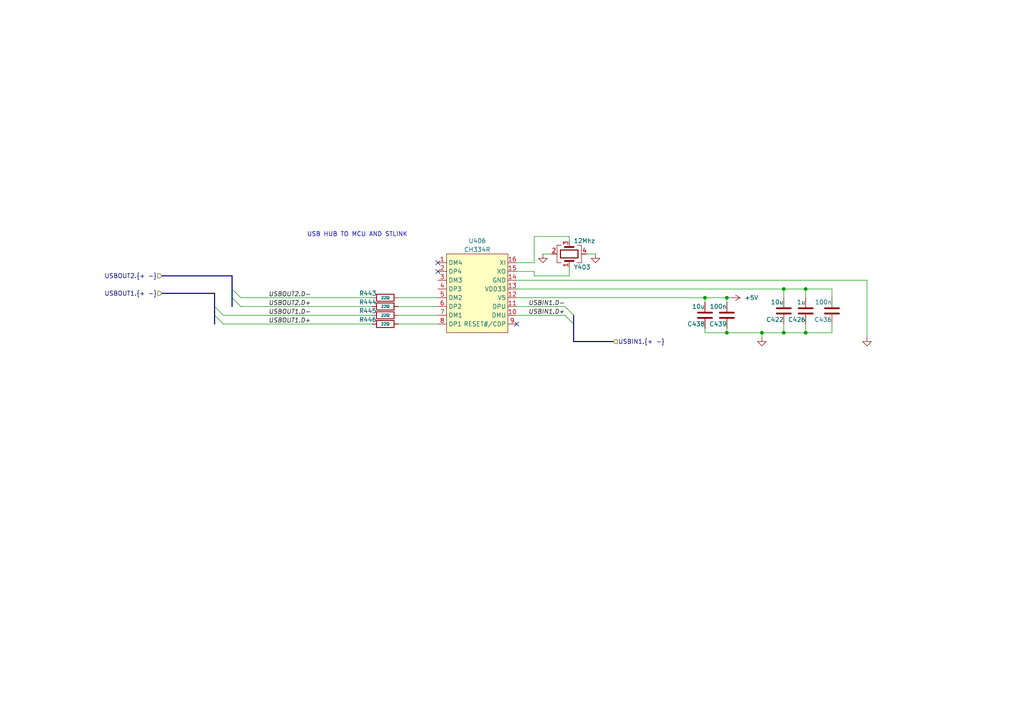
<source format=kicad_sch>
(kicad_sch (version 20231120) (generator "eeschema") (generator_version "8.0")
  (paper "A4")
  (title_block (date "2024-12-23") (rev "1.0.0") (company "KoNaR") (comment 1 "Base project authors: Dominik Pluta, Artem Horiunov"))
  (lib_symbols
    (symbol "Device:C" (pin_numbers hide) (pin_names (offset 0.254))
      (property "Reference" "C" (at 0.635 2.54 0))
      (property "Value" "C" (at 0.635 -2.54 0))
      (symbol "C_0_1"
        (polyline (pts (xy -2.032 -0.762) (xy 2.032 -0.762)) (stroke (width 0.508)))
        (polyline (pts (xy -2.032 0.762) (xy 2.032 0.762)) (stroke (width 0.508)))
      )
      (symbol "C_1_1"
        (pin passive line (at 0 3.81 270) (length 2.794) (name "~") (number "1"))
        (pin passive line (at 0 -3.81 90) (length 2.794) (name "~") (number "2"))
      )
    )
    (symbol "Device:Crystal_GND24" (pin_names (offset 1.016) hide)
      (property "Reference" "Y" (at 3.175 5.08 0))
      (property "Value" "Crystal_GND24" (at 3.175 3.175 0))
      (symbol "Crystal_GND24_0_1"
        (rectangle (start -1.143 2.54) (end 1.143 -2.54) (stroke (width 0.3048)))
        (polyline (pts (xy -2.54 0) (xy -2.032 0)))
        (polyline (pts (xy -2.032 -1.27) (xy -2.032 1.27)) (stroke (width 0.508)))
        (polyline (pts (xy 0 -3.81) (xy 0 -3.556)))
        (polyline (pts (xy 0 3.556) (xy 0 3.81)))
        (polyline (pts (xy 2.032 -1.27) (xy 2.032 1.27)) (stroke (width 0.508)))
        (polyline (pts (xy 2.032 0) (xy 2.54 0)))
        (polyline (pts (xy -2.54 -2.286) (xy -2.54 -3.556) (xy 2.54 -3.556) (xy 2.54 -2.286)))
        (polyline (pts (xy -2.54 2.286) (xy -2.54 3.556) (xy 2.54 3.556) (xy 2.54 2.286)))
      )
      (symbol "Crystal_GND24_1_1"
        (pin passive line (at -3.81 0 0) (length 1.27) (name "1") (number "1"))
        (pin passive line (at 0 5.08 270) (length 1.27) (name "2") (number "2"))
        (pin passive line (at 3.81 0 180) (length 1.27) (name "3") (number "3"))
        (pin passive line (at 0 -5.08 90) (length 1.27) (name "4") (number "4"))
      )
    )
    (symbol "PCM_JLCPCB-Resistors:0402,22Ω" (pin_numbers hide) (pin_names (offset 0))
      (property "Reference" "R" (at 1.778 0 0))
      (property "Value" "22Ω" (at 0 0 90))
      (symbol "0402,22Ω_0_1"
        (rectangle (start -1.016 2.54) (end 1.016 -2.54) (stroke (width 0.254)))
      )
      (symbol "0402,22Ω_1_1"
        (pin passive line (at 0 3.81 270) (length 1.27) (name "~") (number "1"))
        (pin passive line (at 0 -3.81 90) (length 1.27) (name "~") (number "2"))
      )
    )
    (symbol "WCH_USB:CH334R"
      (property "Reference" "U" (at 0 3.81 0))
      (property "Value" "CH334R" (at 0 1.27 0))
      (symbol "CH334R_0_1"
        (rectangle (start -8.89 0) (end 8.89 -22.86) (stroke (width 0.1524)) (fill (type background)))
      )
      (symbol "CH334R_1_1"
        (pin bidirectional line (at -11.43 -2.54 0) (length 2.54) (name "DM4") (number "1"))
        (pin bidirectional line (at 11.43 -17.78 180) (length 2.54) (name "DMU") (number "10"))
        (pin bidirectional line (at 11.43 -15.24 180) (length 2.54) (name "DPU") (number "11"))
        (pin power_in line (at 11.43 -12.7 180) (length 2.54) (name "V5") (number "12"))
        (pin power_out line (at 11.43 -10.16 180) (length 2.54) (name "VDD33") (number "13"))
        (pin power_in line (at 11.43 -7.62 180) (length 2.54) (name "GND") (number "14"))
        (pin bidirectional line (at 11.43 -5.08 180) (length 2.54) (name "XO") (number "15"))
        (pin bidirectional line (at 11.43 -2.54 180) (length 2.54) (name "XI") (number "16"))
        (pin bidirectional line (at -11.43 -5.08 0) (length 2.54) (name "DP4") (number "2"))
        (pin bidirectional line (at -11.43 -7.62 0) (length 2.54) (name "DM3") (number "3"))
        (pin bidirectional line (at -11.43 -10.16 0) (length 2.54) (name "DP3") (number "4"))
        (pin bidirectional line (at -11.43 -12.7 0) (length 2.54) (name "DM2") (number "5"))
        (pin bidirectional line (at -11.43 -15.24 0) (length 2.54) (name "DP2") (number "6"))
        (pin bidirectional line (at -11.43 -17.78 0) (length 2.54) (name "DM1") (number "7"))
        (pin bidirectional line (at -11.43 -20.32 0) (length 2.54) (name "DP1") (number "8"))
        (pin bidirectional line (at 11.43 -20.32 180) (length 2.54) (name "RESET#/CDP") (number "9"))
      )
    )
    (symbol "power:+5V" (power) (pin_numbers hide) (pin_names (offset 0) hide)
      (property "Value" "+5V" (at 0 3.556 0))
      (symbol "+5V_0_1"
        (polyline (pts (xy -0.762 1.27) (xy 0 2.54)))
        (polyline (pts (xy 0 0) (xy 0 2.54)))
        (polyline (pts (xy 0 2.54) (xy 0.762 1.27)))
      )
      (symbol "+5V_1_1"
        (pin power_in line (at 0 0 90) (length 0) (name "~") (number "1"))
      )
    )
    (symbol "power:GND" (power) (pin_names (offset 0))
      (property "Value" "GND" (at 0 -3.81 0))
      (symbol "GND_0_1"
        (polyline (pts (xy 0 0) (xy 0 -1.27) (xy 1.27 -1.27) (xy 0 -2.54) (xy -1.27 -1.27) (xy 0 -1.27)))
      )
      (symbol "GND_1_1"
        (pin power_in line (at 0 0 270) (length 0) hide (name "GND") (number "1"))
      )
    )
  )
  (junction (at 220.98 96.52))
  (junction (at 227.33 96.52))
  (junction (at 210.82 96.52))
  (junction (at 204.47 86.36))
  (junction (at 233.68 83.82))
  (junction (at 210.82 86.36))
  (junction (at 233.68 96.52))
  (junction (at 227.33 83.82))
  (no_connect (at 127 78.74))
  (no_connect (at 127 76.2))
  (no_connect (at 149.86 93.98))
  (bus_entry (at 69.85 88.9) (size -2.54 -2.54))
  (bus_entry (at 69.85 86.36) (size -2.54 -2.54))
  (bus_entry (at 166.37 93.98) (size -2.54 -2.54))
  (bus_entry (at 64.77 91.44) (size -2.54 -2.54))
  (bus_entry (at 64.77 93.98) (size -2.54 -2.54))
  (bus_entry (at 166.37 91.44) (size -2.54 -2.54))
  (wire (pts (xy 64.77 93.98) (xy 107.95 93.98)))
  (wire (pts (xy 170.18 73.66) (xy 172.72 73.66)))
  (wire (pts (xy 64.77 91.44) (xy 107.95 91.44)))
  (wire (pts (xy 154.94 80.01) (xy 165.1 80.01)))
  (wire (pts (xy 69.85 86.36) (xy 107.95 86.36)))
  (wire (pts (xy 251.46 81.28) (xy 149.86 81.28)))
  (wire (pts (xy 210.82 87.63) (xy 210.82 86.36)))
  (wire (pts (xy 157.48 73.66) (xy 160.02 73.66)))
  (wire (pts (xy 241.3 93.98) (xy 241.3 96.52)))
  (wire (pts (xy 233.68 83.82) (xy 227.33 83.82)))
  (wire (pts (xy 220.98 96.52) (xy 210.82 96.52)))
  (bus (pts (xy 62.23 91.44) (xy 62.23 93.98)))
  (wire (pts (xy 154.94 68.58) (xy 165.1 68.58)))
  (bus (pts (xy 166.37 93.98) (xy 166.37 99.06)))
  (bus (pts (xy 67.31 80.01) (xy 67.31 83.82)))
  (wire (pts (xy 241.3 96.52) (xy 233.68 96.52)))
  (bus (pts (xy 46.99 80.01) (xy 67.31 80.01)))
  (wire (pts (xy 149.86 76.2) (xy 154.94 76.2)))
  (wire (pts (xy 204.47 95.25) (xy 204.47 96.52)))
  (wire (pts (xy 149.86 91.44) (xy 163.83 91.44)))
  (wire (pts (xy 204.47 96.52) (xy 210.82 96.52)))
  (bus (pts (xy 62.23 85.09) (xy 62.23 88.9)))
  (wire (pts (xy 233.68 96.52) (xy 227.33 96.52)))
  (wire (pts (xy 154.94 80.01) (xy 154.94 78.74)))
  (bus (pts (xy 166.37 99.06) (xy 177.8 99.06)))
  (wire (pts (xy 69.85 88.9) (xy 107.95 88.9)))
  (wire (pts (xy 227.33 96.52) (xy 227.33 93.98)))
  (wire (pts (xy 233.68 83.82) (xy 241.3 83.82)))
  (wire (pts (xy 241.3 86.36) (xy 241.3 83.82)))
  (wire (pts (xy 204.47 87.63) (xy 204.47 86.36)))
  (wire (pts (xy 220.98 96.52) (xy 220.98 97.79)))
  (wire (pts (xy 210.82 86.36) (xy 212.09 86.36)))
  (wire (pts (xy 115.57 88.9) (xy 127 88.9)))
  (wire (pts (xy 154.94 78.74) (xy 149.86 78.74)))
  (bus (pts (xy 67.31 83.82) (xy 67.31 86.36)))
  (wire (pts (xy 149.86 86.36) (xy 204.47 86.36)))
  (wire (pts (xy 210.82 86.36) (xy 204.47 86.36)))
  (wire (pts (xy 227.33 83.82) (xy 227.33 86.36)))
  (wire (pts (xy 115.57 86.36) (xy 127 86.36)))
  (wire (pts (xy 233.68 93.98) (xy 233.68 96.52)))
  (bus (pts (xy 166.37 91.44) (xy 166.37 93.98)))
  (wire (pts (xy 220.98 96.52) (xy 227.33 96.52)))
  (bus (pts (xy 67.31 86.36) (xy 67.31 88.9)))
  (wire (pts (xy 149.86 88.9) (xy 163.83 88.9)))
  (wire (pts (xy 154.94 68.58) (xy 154.94 76.2)))
  (wire (pts (xy 115.57 93.98) (xy 127 93.98)))
  (wire (pts (xy 233.68 83.82) (xy 233.68 86.36)))
  (wire (pts (xy 149.86 83.82) (xy 227.33 83.82)))
  (wire (pts (xy 115.57 91.44) (xy 127 91.44)))
  (bus (pts (xy 62.23 88.9) (xy 62.23 91.44)))
  (wire (pts (xy 165.1 68.58) (xy 165.1 69.85)))
  (wire (pts (xy 165.1 77.47) (xy 165.1 80.01)))
  (wire (pts (xy 210.82 95.25) (xy 210.82 96.52)))
  (wire (pts (xy 251.46 97.79) (xy 251.46 81.28)))
  (bus (pts (xy 62.23 85.09) (xy 46.99 85.09)))
  (text "USB HUB TO MCU AND STLINK" (at 103.632 68.072 0) (effects (font (size 1.27 1.27))))
  (label "USBIN1.D+" (at 163.83 91.44 180) (effects (font (italic yes))))
  (label "USBOUT2.D-" (at 90.17 86.36 180) (effects (font (italic yes))))
  (label "USBIN1.D-" (at 163.83 88.9 180) (effects (font (italic yes))))
  (label "USBOUT1.D-" (at 90.17 91.44 180) (effects (font (italic yes))))
  (label "USBOUT2.D+" (at 90.17 88.9 180) (effects (font (italic yes))))
  (label "USBOUT1.D+" (at 90.17 93.98 180) (effects (font (italic yes))))
  (hierarchical_label "USBIN1.{+ -}" (shape input) (at 177.8 99.06 0))
  (hierarchical_label "USBOUT1.{+ -}" (shape input) (at 46.99 85.09 180))
  (hierarchical_label "USBOUT2.{+ -}" (shape input) (at 46.99 80.01 180))
  (symbol (lib_id "power:GND") (at 251.46 97.79 0) (unit 1)
    (property "Reference" "#PWR0448" (effects (hide yes)))
    (property "Value" "GND" (effects (hide yes)))
  )
  (symbol (lib_id "PCM_JLCPCB-Resistors:0402,22Ω") (at 111.76 86.36 90) (unit 1)
    (property "Reference" "R443" (at 106.68 85.09 90))
    (property "Value" "22Ω" (at 111.76 86.36 90) (effects (font (size 0.8 0.8))))
    (property "Footprint" "PCM_JLCPCB:R_0402" (effects (hide yes)))
    (property "Datasheet" "https://www.lcsc.com/datasheet/lcsc_datasheet_2205311900_UNI-ROYAL-Uniroyal-Elec-0402WGF220JTCE_C25092.pdf" (effects (hide yes)))
    (property "Description" "62.5mW Thick Film Resistors 50V ±1% ±100ppm/°C 22Ω 0402 Chip Resistor - Surface Mount ROHS" (effects (hide yes)))
    (property "LCSC" "C25092" (effects (hide yes)))
    (property "Stock" "2497993" (effects (hide yes)))
    (property "Price" "0.004USD" (effects (hide yes)))
    (property "Process" "SMT" (effects (hide yes)))
    (property "Minimum Qty" "20" (effects (hide yes)))
    (property "Attrition Qty" "10" (effects (hide yes)))
    (property "Class" "Basic Component" (effects (hide yes)))
    (property "Category" "Resistors,Chip Resistor - Surface Mount" (effects (hide yes)))
    (property "Manufacturer" "UNI-ROYAL(Uniroyal Elec)" (effects (hide yes)))
    (property "Part" "0402WGF220JTCE" (effects (hide yes)))
    (property "Resistance" "22Ω" (effects (hide yes)))
    (property "Power(Watts)" "62.5mW" (effects (hide yes)))
    (property "Type" "Thick Film Resistors" (effects (hide yes)))
    (property "Overload Voltage (Max)" "50V" (effects (hide yes)))
    (property "Operating Temperature Range" "-55°C~+155°C" (effects (hide yes)))
    (property "Tolerance" "±1%" (effects (hide yes)))
    (property "Temperature Coefficient" "±100ppm/°C" (effects (hide yes)))
  )
  (symbol (lib_id "power:GND") (at 172.72 73.66 0) (unit 1)
    (property "Reference" "#PWR0446" (effects (hide yes)))
    (property "Value" "GND" (effects (hide yes)))
  )
  (symbol (lib_id "Device:C") (at 233.68 90.17 180) (unit 1)
    (property "Reference" "C426" (at 233.68 92.71 0) (effects (justify left)))
    (property "Value" "1u" (at 233.68 87.63 0) (effects (justify left)))
    (property "Footprint" "Capacitor_SMD:C_0603_1608Metric" (effects (hide yes)))
  )
  (symbol (lib_id "Device:C") (at 210.82 91.44 180) (unit 1)
    (property "Reference" "C439" (at 210.82 93.98 0) (effects (justify left)))
    (property "Value" "100n" (at 210.82 88.9 0) (effects (justify left)))
    (property "Footprint" "Capacitor_SMD:C_0603_1608Metric" (effects (hide yes)))
  )
  (symbol (lib_id "power:GND") (at 220.98 97.79 0) (unit 1)
    (property "Reference" "#PWR0449" (effects (hide yes)))
    (property "Value" "GND" (effects (hide yes)))
  )
  (symbol (lib_id "Device:C") (at 204.47 91.44 180) (unit 1)
    (property "Reference" "C438" (at 204.47 93.98 0) (effects (justify left)))
    (property "Value" "10u" (at 204.47 88.9 0) (effects (justify left)))
    (property "Footprint" "Capacitor_SMD:C_0603_1608Metric" (effects (hide yes)))
  )
  (symbol (lib_id "PCM_JLCPCB-Resistors:0402,22Ω") (at 111.76 91.44 90) (unit 1)
    (property "Reference" "R445" (at 106.68 90.17 90))
    (property "Value" "22Ω" (at 111.76 91.44 90) (effects (font (size 0.8 0.8))))
    (property "Footprint" "PCM_JLCPCB:R_0402" (effects (hide yes)))
    (property "Datasheet" "https://www.lcsc.com/datasheet/lcsc_datasheet_2205311900_UNI-ROYAL-Uniroyal-Elec-0402WGF220JTCE_C25092.pdf" (effects (hide yes)))
    (property "Description" "62.5mW Thick Film Resistors 50V ±1% ±100ppm/°C 22Ω 0402 Chip Resistor - Surface Mount ROHS" (effects (hide yes)))
    (property "LCSC" "C25092" (effects (hide yes)))
    (property "Stock" "2497993" (effects (hide yes)))
    (property "Price" "0.004USD" (effects (hide yes)))
    (property "Process" "SMT" (effects (hide yes)))
    (property "Minimum Qty" "20" (effects (hide yes)))
    (property "Attrition Qty" "10" (effects (hide yes)))
    (property "Class" "Basic Component" (effects (hide yes)))
    (property "Category" "Resistors,Chip Resistor - Surface Mount" (effects (hide yes)))
    (property "Manufacturer" "UNI-ROYAL(Uniroyal Elec)" (effects (hide yes)))
    (property "Part" "0402WGF220JTCE" (effects (hide yes)))
    (property "Resistance" "22Ω" (effects (hide yes)))
    (property "Power(Watts)" "62.5mW" (effects (hide yes)))
    (property "Type" "Thick Film Resistors" (effects (hide yes)))
    (property "Overload Voltage (Max)" "50V" (effects (hide yes)))
    (property "Operating Temperature Range" "-55°C~+155°C" (effects (hide yes)))
    (property "Tolerance" "±1%" (effects (hide yes)))
    (property "Temperature Coefficient" "±100ppm/°C" (effects (hide yes)))
  )
  (symbol (lib_id "Device:C") (at 227.33 90.17 180) (unit 1)
    (property "Reference" "C422" (at 227.33 92.71 0) (effects (justify left)))
    (property "Value" "10u" (at 227.33 87.63 0) (effects (justify left)))
    (property "Footprint" "Capacitor_SMD:C_0603_1608Metric" (effects (hide yes)))
  )
  (symbol (lib_id "PCM_JLCPCB-Resistors:0402,22Ω") (at 111.76 93.98 90) (unit 1)
    (property "Reference" "R446" (at 106.68 92.71 90))
    (property "Value" "22Ω" (at 111.76 93.98 90) (effects (font (size 0.8 0.8))))
    (property "Footprint" "PCM_JLCPCB:R_0402" (effects (hide yes)))
    (property "Datasheet" "https://www.lcsc.com/datasheet/lcsc_datasheet_2205311900_UNI-ROYAL-Uniroyal-Elec-0402WGF220JTCE_C25092.pdf" (effects (hide yes)))
    (property "Description" "62.5mW Thick Film Resistors 50V ±1% ±100ppm/°C 22Ω 0402 Chip Resistor - Surface Mount ROHS" (effects (hide yes)))
    (property "LCSC" "C25092" (effects (hide yes)))
    (property "Stock" "2497993" (effects (hide yes)))
    (property "Price" "0.004USD" (effects (hide yes)))
    (property "Process" "SMT" (effects (hide yes)))
    (property "Minimum Qty" "20" (effects (hide yes)))
    (property "Attrition Qty" "10" (effects (hide yes)))
    (property "Class" "Basic Component" (effects (hide yes)))
    (property "Category" "Resistors,Chip Resistor - Surface Mount" (effects (hide yes)))
    (property "Manufacturer" "UNI-ROYAL(Uniroyal Elec)" (effects (hide yes)))
    (property "Part" "0402WGF220JTCE" (effects (hide yes)))
    (property "Resistance" "22Ω" (effects (hide yes)))
    (property "Power(Watts)" "62.5mW" (effects (hide yes)))
    (property "Type" "Thick Film Resistors" (effects (hide yes)))
    (property "Overload Voltage (Max)" "50V" (effects (hide yes)))
    (property "Operating Temperature Range" "-55°C~+155°C" (effects (hide yes)))
    (property "Tolerance" "±1%" (effects (hide yes)))
    (property "Temperature Coefficient" "±100ppm/°C" (effects (hide yes)))
  )
  (symbol (lib_id "PCM_JLCPCB-Resistors:0402,22Ω") (at 111.76 88.9 90) (unit 1)
    (property "Reference" "R444" (at 106.68 87.63 90))
    (property "Value" "22Ω" (at 111.76 88.9 90) (effects (font (size 0.8 0.8))))
    (property "Footprint" "PCM_JLCPCB:R_0402" (effects (hide yes)))
    (property "Datasheet" "https://www.lcsc.com/datasheet/lcsc_datasheet_2205311900_UNI-ROYAL-Uniroyal-Elec-0402WGF220JTCE_C25092.pdf" (effects (hide yes)))
    (property "Description" "62.5mW Thick Film Resistors 50V ±1% ±100ppm/°C 22Ω 0402 Chip Resistor - Surface Mount ROHS" (effects (hide yes)))
    (property "LCSC" "C25092" (effects (hide yes)))
    (property "Stock" "2497993" (effects (hide yes)))
    (property "Price" "0.004USD" (effects (hide yes)))
    (property "Process" "SMT" (effects (hide yes)))
    (property "Minimum Qty" "20" (effects (hide yes)))
    (property "Attrition Qty" "10" (effects (hide yes)))
    (property "Class" "Basic Component" (effects (hide yes)))
    (property "Category" "Resistors,Chip Resistor - Surface Mount" (effects (hide yes)))
    (property "Manufacturer" "UNI-ROYAL(Uniroyal Elec)" (effects (hide yes)))
    (property "Part" "0402WGF220JTCE" (effects (hide yes)))
    (property "Resistance" "22Ω" (effects (hide yes)))
    (property "Power(Watts)" "62.5mW" (effects (hide yes)))
    (property "Type" "Thick Film Resistors" (effects (hide yes)))
    (property "Overload Voltage (Max)" "50V" (effects (hide yes)))
    (property "Operating Temperature Range" "-55°C~+155°C" (effects (hide yes)))
    (property "Tolerance" "±1%" (effects (hide yes)))
    (property "Temperature Coefficient" "±100ppm/°C" (effects (hide yes)))
  )
  (symbol (lib_id "WCH_USB:CH334R") (at 138.43 73.66 0) (unit 1)
    (property "Reference" "U406" (at 138.43 69.85 0))
    (property "Value" "CH334R" (at 138.43 72.39 0))
    (property "Footprint" "Package_SO:QSOP-16_3.9x4.9mm_P0.635mm" (effects (hide yes)))
  )
  (symbol (lib_id "power:+5V") (at 212.09 86.36 270) (unit 1)
    (property "Reference" "#PWR0447" (effects (hide yes)))
    (property "Value" "+5V" (at 215.9 86.3599 90) (effects (justify left)))
    (property "Description" "Power symbol creates a global label with name \"+5V\"" (effects (hide yes)))
  )
  (symbol (lib_id "power:GND") (at 157.48 73.66 0) (unit 1)
    (property "Reference" "#PWR0445" (effects (hide yes)))
    (property "Value" "GND" (effects (hide yes)))
  )
  (symbol (lib_id "Device:Crystal_GND24") (at 165.1 73.66 90) (unit 1)
    (property "Reference" "Y403" (at 166.37 77.47 90) (effects (justify right)))
    (property "Value" "12Mhz" (at 166.37 69.85 90) (effects (justify right)))
    (property "Footprint" "Crystal:Crystal_SMD_3225-4Pin_3.2x2.5mm" (effects (hide yes)))
  )
  (symbol (lib_id "Device:C") (at 241.3 90.17 180) (unit 1)
    (property "Reference" "C436" (at 241.3 92.71 0) (effects (justify left)))
    (property "Value" "100n" (at 241.3 87.63 0) (effects (justify left)))
    (property "Footprint" "Capacitor_SMD:C_0402_1005Metric" (effects (hide yes)))
  )
)
</source>
